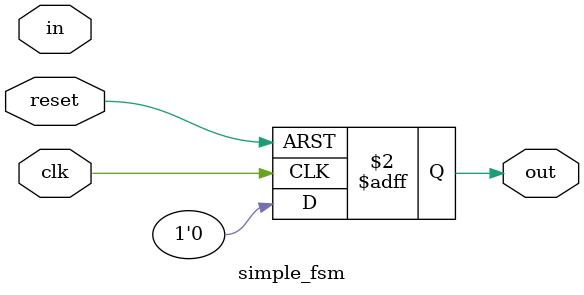
<source format=v>
module simple_fsm(clk, reset, in, out);
input clk;
input reset;
input in;
output out;
wire out;
reg present_state, next_state;
// In state 0, if in=1, stay in state 0. In state 0, if in=0, go to state 1
// In state 1, if in=1, stay in state 1. In state 1, if in=0, go to state 0
// out=1 in state 0 and out=0 in state 1
always @(posedge clk, posedge reset)
begin
if(reset)
begin
present_state <= 0;
next_state <= 0;
out <= 0;
end
else
begin
present_state <= next_state;
out <= 0;
end
end
endmodule

</source>
